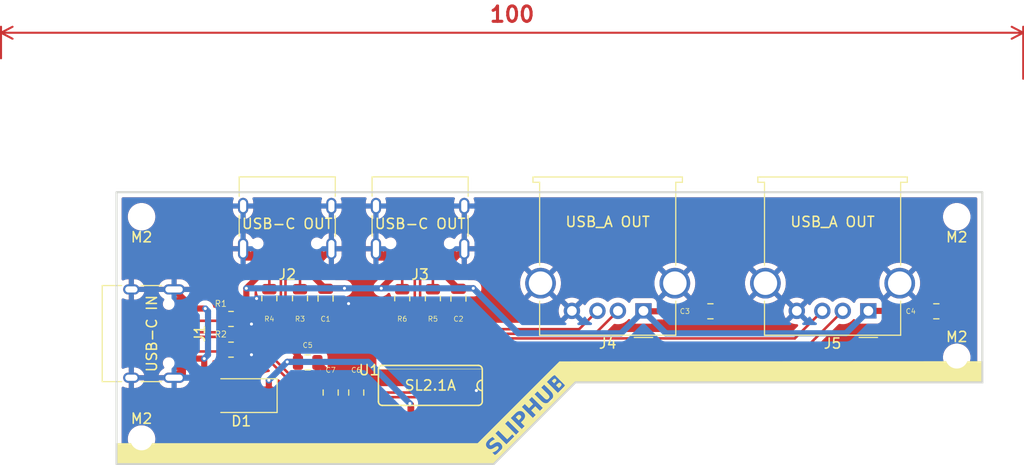
<source format=kicad_pcb>
(kicad_pcb (version 20241229) (generator "pcbnew") (generator_version "9.0")
  (layers (0 "F.Cu" signal) (2 "B.Cu" signal) (13 "F.Paste" user) (15 "B.Paste" user) (5 "F.SilkS" user "F.Silkscreen") (7 "B.SilkS" user "B.Silkscreen") (1 "F.Mask" user) (3 "B.Mask" user) (25 "Edge.Cuts" user))
  (net 0 "")
  (net 1 "VBUS")
  (net 2 "GND")
  (net 3 "Net-(U1-VDD33)")
  (net 4 "Net-(U1-VDD18)")
  (net 5 "Net-(D1-A)")
  (net 6 "Net-(J1-CC1)")
  (net 9 "Net-(J1-CC2)")
  (net 10 "D-")
  (net 11 "D+")
  (net 12 "D1+")
  (net 13 "D1-")
  (net 14 "Net-(J2-CC2)")
  (net 15 "Net-(J2-CC1)")
  (net 18 "Net-(J3-CC2)")
  (net 20 "Net-(J3-CC1)")
  (net 21 "D2+")
  (net 22 "D2-")
  (net 24 "D3-")
  (net 25 "D3+")
  (net 26 "D4+")
  (net 27 "D4-")
  (footprint "Capacitor_SMD:C_0805_2012Metric" (layer "F.Cu") (at 114.75 63 -90)
    (property "Reference" "C2" (at 2 0 180) (layer "F.SilkS") (effects (font (size 0.5 0.5) (thickness 0.0625))))
    (property "Value" "100nF")
    (fp_line (start -0.261252 0.735) (end 0.261252 0.735) (stroke (width 0.12)) (layer "F.SilkS"))
    (fp_line (start -0.261252 -0.735) (end 0.261252 -0.735) (stroke (width 0.12)) (layer "F.SilkS"))
    (pad "1" smd roundrect (at -0.95 0 270) (size 1 1.45) (layers "F.Cu" "F.Mask" "F.Paste") (net 1 "VBUS"))
    (pad "2" smd roundrect (at 0.95 0 270) (size 1 1.45) (layers "F.Cu" "F.Mask" "F.Paste") (net 2 "GND"))
  )
  (footprint "Connector_USB:USB_C_Receptacle_HRO_TYPE-C-31-M-12" (layer "F.Cu") (at 83.8 66.43 -90)
    (property "Reference" "J1" (at 0 -5.645 90) (layer "F.SilkS"))
    (property "Value" "USB-C IN")
    (fp_line (start -4.7 3.9) (end 4.7 3.9) (stroke (width 0.12)) (layer "F.SilkS"))
    (fp_line (start -4.7 2) (end -4.7 3.9) (stroke (width 0.12)) (layer "F.SilkS"))
    (fp_line (start 4.7 2) (end 4.7 3.9) (stroke (width 0.12)) (layer "F.SilkS"))
    (fp_line (start -4.7 -1.9) (end -4.7 0.1) (stroke (width 0.12)) (layer "F.SilkS"))
    (fp_line (start 4.7 -1.9) (end 4.7 0.1) (stroke (width 0.12)) (layer "F.SilkS"))
    (pad "" np_thru_hole circle (at -2.89 -2.6 270) (size 0.65 0.65) (drill 0.65) (layers "*.Cu" "*.Mask"))
    (pad "" np_thru_hole circle (at 2.89 -2.6 270) (size 0.65 0.65) (drill 0.65) (layers "*.Cu" "*.Mask"))
    (pad "A1" smd rect (at -3.25 -4.045 270) (size 0.6 1.45) (layers "F.Cu" "F.Mask" "F.Paste") (net 2 "GND"))
    (pad "A4" smd rect (at -2.45 -4.045 270) (size 0.6 1.45) (layers "F.Cu" "F.Mask" "F.Paste") (net 5 "Net-(D1-A)"))
    (pad "A5" smd rect (at -1.25 -4.045 270) (size 0.3 1.45) (layers "F.Cu" "F.Mask" "F.Paste") (net 6 "Net-(J1-CC1)"))
    (pad "A6" smd rect (at -0.25 -4.045 270) (size 0.3 1.45) (layers "F.Cu" "F.Mask" "F.Paste") (net 11 "D+"))
    (pad "A7" smd rect (at 0.25 -4.045 270) (size 0.3 1.45) (layers "F.Cu" "F.Mask" "F.Paste") (net 10 "D-"))
    (pad "A8" smd rect (at 1.25 -4.045 270) (size 0.3 1.45) (layers "F.Cu" "F.Mask" "F.Paste"))
    (pad "A9" smd rect (at 2.45 -4.045 270) (size 0.6 1.45) (layers "F.Cu" "F.Mask" "F.Paste") (net 5 "Net-(D1-A)"))
    (pad "A12" smd rect (at 3.25 -4.045 270) (size 0.6 1.45) (layers "F.Cu" "F.Mask" "F.Paste") (net 2 "GND"))
    (pad "B1" smd rect (at 3.25 -4.045 270) (size 0.6 1.45) (layers "F.Cu" "F.Mask" "F.Paste") (net 2 "GND"))
    (pad "B4" smd rect (at 2.45 -4.045 270) (size 0.6 1.45) (layers "F.Cu" "F.Mask" "F.Paste") (net 5 "Net-(D1-A)"))
    (pad "B5" smd rect (at 1.75 -4.045 270) (size 0.3 1.45) (layers "F.Cu" "F.Mask" "F.Paste") (net 9 "Net-(J1-CC2)"))
    (pad "B6" smd rect (at 0.75 -4.045 270) (size 0.3 1.45) (layers "F.Cu" "F.Mask" "F.Paste") (net 11 "D+"))
    (pad "B7" smd rect (at -0.75 -4.045 270) (size 0.3 1.45) (layers "F.Cu" "F.Mask" "F.Paste") (net 10 "D-"))
    (pad "B8" smd rect (at -1.75 -4.045 270) (size 0.3 1.45) (layers "F.Cu" "F.Mask" "F.Paste"))
    (pad "B9" smd rect (at -2.45 -4.045 270) (size 0.6 1.45) (layers "F.Cu" "F.Mask" "F.Paste") (net 5 "Net-(D1-A)"))
    (pad "B12" smd rect (at -3.25 -4.045 270) (size 0.6 1.45) (layers "F.Cu" "F.Mask" "F.Paste") (net 2 "GND"))
    (pad "S1" thru_hole oval (at -4.32 -3.13 270) (size 1 2.1) (drill oval 0.6 1.7) (property pad_prop_heatsink) (layers "*.Cu" "*.Mask") (net 2 "GND"))
    (pad "S1" thru_hole oval (at -4.32 1.05 270) (size 1 1.6) (drill oval 0.6 1.2) (property pad_prop_heatsink) (layers "*.Cu" "*.Mask") (net 2 "GND"))
    (pad "S1" thru_hole oval (at 4.32 -3.13 270) (size 1 2.1) (drill oval 0.6 1.7) (property pad_prop_heatsink) (layers "*.Cu" "*.Mask") (net 2 "GND"))
    (pad "S1" thru_hole oval (at 4.32 1.05 270) (size 1 1.6) (drill oval 0.6 1.2) (property pad_prop_heatsink) (layers "*.Cu" "*.Mask") (net 2 "GND"))
  )
  (footprint "Diode_SMD:D_SMA" (layer "F.Cu") (at 93.5 72.5 180)
    (property "Reference" "D1" (at 0 -2.5 180) (layer "F.SilkS"))
    (property "Value" "~")
    (fp_line (start -3.51 1.65) (end 2 1.65) (stroke (width 0.12)) (layer "F.SilkS"))
    (fp_line (start -3.51 -1.65) (end 2 -1.65) (stroke (width 0.12)) (layer "F.SilkS"))
    (fp_line (start -3.51 -1.65) (end -3.51 1.65) (stroke (width 0.12)) (layer "F.SilkS"))
    (pad "1" smd roundrect (at -2 0 180) (size 2.5 1.8) (layers "F.Cu" "F.Mask" "F.Paste") (roundrect_rratio 0.1388888889) (net 1 "VBUS"))
    (pad "2" smd roundrect (at 2 0 180) (size 2.5 1.8) (layers "F.Cu" "F.Mask" "F.Paste") (roundrect_rratio 0.1388888889) (net 5 "Net-(D1-A)"))
  )
  (footprint "Resistor_SMD:R_0805_2012Metric" (layer "F.Cu") (at 92.5 68)
    (property "Reference" "R2" (at -1 -1.5 0) (layer "F.SilkS") (effects (font (size 0.6 0.6) (thickness 0.075))))
    (property "Value" "5.1k Ω")
    (fp_line (start -0.227064 -0.735) (end 0.227064 -0.735) (stroke (width 0.12)) (layer "F.SilkS"))
    (fp_line (start -0.227064 0.735) (end 0.227064 0.735) (stroke (width 0.12)) (layer "F.SilkS"))
    (pad "1" smd roundrect (at -0.9125 0) (size 1.025 1.4) (layers "F.Cu" "F.Mask" "F.Paste") (roundrect_rratio 0.243902) (net 9 "Net-(J1-CC2)"))
    (pad "2" smd roundrect (at 0.9125 0) (size 1.025 1.4) (layers "F.Cu" "F.Mask" "F.Paste") (roundrect_rratio 0.243902) (net 2 "GND"))
  )
  (footprint "MountingHole:MountingHole_2.2mm_M2" (layer "F.Cu") (at 163.5 68.75)
    (property "Reference" "M2" (at 0 -2 0) (layer "F.SilkS"))
    (property "Value" "M2")
    (pad "" np_thru_hole circle (at 0 0) (size 2.2 2.2) (drill 2.2) (layers "*.Cu" "*.Mask"))
  )
  (footprint "Resistor_SMD:R_0805_2012Metric" (layer "F.Cu") (at 99.25 63 -90)
    (property "Reference" "R3" (at 2 0 0) (layer "F.SilkS") (effects (font (size 0.5 0.5) (thickness 0.0625))))
    (property "Value" "56kΩ")
    (fp_line (start -0.227064 0.735) (end 0.227064 0.735) (stroke (width 0.12)) (layer "F.SilkS"))
    (fp_line (start -0.227064 -0.735) (end 0.227064 -0.735) (stroke (width 0.12)) (layer "F.SilkS"))
    (pad "1" smd roundrect (at -0.9125 0 270) (size 1.025 1.4) (layers "F.Cu" "F.Mask" "F.Paste") (roundrect_rratio 0.243902) (net 15 "Net-(J2-CC1)"))
    (pad "2" smd roundrect (at 0.9125 0 270) (size 1.025 1.4) (layers "F.Cu" "F.Mask" "F.Paste") (roundrect_rratio 0.243902) (net 2 "GND"))
  )
  (footprint "Resistor_SMD:R_0805_2012Metric" (layer "F.Cu") (at 109.25 63 -90)
    (property "Reference" "R6" (at 2 0 180) (layer "F.SilkS") (effects (font (size 0.5 0.5) (thickness 0.0625))))
    (property "Value" "56kΩ")
    (fp_line (start -0.227064 0.735) (end 0.227064 0.735) (stroke (width 0.12)) (layer "F.SilkS"))
    (fp_line (start -0.227064 -0.735) (end 0.227064 -0.735) (stroke (width 0.12)) (layer "F.SilkS"))
    (pad "1" smd roundrect (at -0.9125 0 270) (size 1.025 1.4) (layers "F.Cu" "F.Mask" "F.Paste") (roundrect_rratio 0.243902) (net 18 "Net-(J3-CC2)"))
    (pad "2" smd roundrect (at 0.9125 0 270) (size 1.025 1.4) (layers "F.Cu" "F.Mask" "F.Paste") (roundrect_rratio 0.243902) (net 2 "GND"))
  )
  (footprint "Capacitor_SMD:C_0805_2012Metric" (layer "F.Cu") (at 161.5 64.25)
    (property "Reference" "C4" (at -2.5 0 0) (layer "F.SilkS") (effects (font (size 0.5 0.5) (thickness 0.0625))))
    (property "Value" "100nF")
    (fp_line (start -0.261252 -0.735) (end 0.261252 -0.735) (stroke (width 0.12)) (layer "F.SilkS"))
    (fp_line (start -0.261252 0.735) (end 0.261252 0.735) (stroke (width 0.12)) (layer "F.SilkS"))
    (pad "1" smd roundrect (at -0.95 0) (size 1 1.45) (layers "F.Cu" "F.Mask" "F.Paste") (net 1 "VBUS"))
    (pad "2" smd roundrect (at 0.95 0) (size 1 1.45) (layers "F.Cu" "F.Mask" "F.Paste") (net 2 "GND"))
  )
  (footprint "Resistor_SMD:R_0805_2012Metric" (layer "F.Cu") (at 112.25 63 -90)
    (property "Reference" "R5" (at 2 0 180) (layer "F.SilkS") (effects (font (size 0.5 0.5) (thickness 0.0625))))
    (property "Value" "56kΩ")
    (fp_line (start -0.227064 0.735) (end 0.227064 0.735) (stroke (width 0.12)) (layer "F.SilkS"))
    (fp_line (start -0.227064 -0.735) (end 0.227064 -0.735) (stroke (width 0.12)) (layer "F.SilkS"))
    (pad "1" smd roundrect (at -0.9125 0 270) (size 1.025 1.4) (layers "F.Cu" "F.Mask" "F.Paste") (roundrect_rratio 0.243902) (net 20 "Net-(J3-CC1)"))
    (pad "2" smd roundrect (at 0.9125 0 270) (size 1.025 1.4) (layers "F.Cu" "F.Mask" "F.Paste") (roundrect_rratio 0.243902) (net 2 "GND"))
  )
  (footprint "MountingHole:MountingHole_2.2mm_M2" (layer "F.Cu") (at 163.5 55)
    (property "Reference" "M2" (at 0 2 0) (layer "F.SilkS"))
    (property "Value" "M2")
    (pad "" np_thru_hole circle (at 0 0) (size 2.2 2.2) (drill 2.2) (layers "*.Cu" "*.Mask"))
  )
  (footprint "MountingHole:MountingHole_2.2mm_M2" (layer "F.Cu") (at 83.75 76.75)
    (property "Reference" "M2" (at 0 -2 0) (layer "F.SilkS"))
    (property "Value" "M2")
    (pad "" np_thru_hole circle (at 0 0) (size 2.2 2.2) (drill 2.2) (layers "*.Cu" "*.Mask"))
  )
  (footprint "MountingHole:MountingHole_2.2mm_M2" (layer "F.Cu") (at 83.75 55)
    (property "Reference" "M2" (at 0 2 0) (layer "F.SilkS"))
    (property "Value" "M2")
    (pad "" np_thru_hole circle (at 0 0) (size 2.2 2.2) (drill 2.2) (layers "*.Cu" "*.Mask"))
  )
  (footprint "Capacitor_SMD:C_0805_2012Metric" (layer "F.Cu") (at 102.25 72.2 90)
    (property "Reference" "C7" (at 2.2 0 180) (layer "F.SilkS") (effects (font (size 0.5 0.5) (thickness 0.0625))))
    (property "Value" "10uF")
    (fp_line (start -0.261252 -0.735) (end 0.261252 -0.735) (stroke (width 0.12)) (layer "F.SilkS"))
    (fp_line (start -0.261252 0.735) (end 0.261252 0.735) (stroke (width 0.12)) (layer "F.SilkS"))
    (pad "1" smd roundrect (at -0.95 0 90) (size 1 1.45) (layers "F.Cu" "F.Mask" "F.Paste") (net 4 "Net-(U1-VDD18)"))
    (pad "2" smd roundrect (at 0.95 0 90) (size 1 1.45) (layers "F.Cu" "F.Mask" "F.Paste") (net 2 "GND"))
  )
  (footprint "Capacitor_SMD:C_0805_2012Metric" (layer "F.Cu") (at 100 69.25)
    (property "Reference" "C5" (at 0 -1.68 0) (layer "F.SilkS") (effects (font (size 0.5 0.5) (thickness 0.0625))))
    (property "Value" "100nF")
    (fp_line (start -0.261252 -0.735) (end 0.261252 -0.735) (stroke (width 0.12)) (layer "F.SilkS"))
    (fp_line (start -0.261252 0.735) (end 0.261252 0.735) (stroke (width 0.12)) (layer "F.SilkS"))
    (pad "1" smd roundrect (at -0.95 0) (size 1 1.45) (layers "F.Cu" "F.Mask" "F.Paste") (net 1 "VBUS"))
    (pad "2" smd roundrect (at 0.95 0) (size 1 1.45) (layers "F.Cu" "F.Mask" "F.Paste") (net 2 "GND"))
  )
  (footprint "Connector_USB:USB_C_Receptacle_HRO_TYPE-C-31-M-12" (layer "F.Cu") (at 111 55 180)
    (property "Reference" "J3" (at 0 -5.645 0) (layer "F.SilkS"))
    (property "Value" "USB-C OUT")
    (fp_line (start 4.7 2) (end 4.7 3.9) (stroke (width 0.12)) (layer "F.SilkS"))
    (fp_line (start 4.7 -1.9) (end 4.7 0.1) (stroke (width 0.12)) (layer "F.SilkS"))
    (fp_line (start -4.7 3.9) (end 4.7 3.9) (stroke (width 0.12)) (layer "F.SilkS"))
    (fp_line (start -4.7 2) (end -4.7 3.9) (stroke (width 0.12)) (layer "F.SilkS"))
    (fp_line (start -4.7 -1.9) (end -4.7 0.1) (stroke (width 0.12)) (layer "F.SilkS"))
    (pad "" np_thru_hole circle (at -2.89 -2.6 180) (size 0.65 0.65) (drill 0.65) (layers "*.Cu" "*.Mask"))
    (pad "" np_thru_hole circle (at 2.89 -2.6 180) (size 0.65 0.65) (drill 0.65) (layers "*.Cu" "*.Mask"))
    (pad "A1" smd rect (at -3.25 -4.045 180) (size 0.6 1.45) (layers "F.Cu" "F.Mask" "F.Paste") (net 2 "GND"))
    (pad "A4" smd rect (at -2.45 -4.045 180) (size 0.6 1.45) (layers "F.Cu" "F.Mask" "F.Paste") (net 1 "VBUS"))
    (pad "A5" smd rect (at -1.25 -4.045 180) (size 0.3 1.45) (layers "F.Cu" "F.Mask" "F.Paste") (net 20 "Net-(J3-CC1)"))
    (pad "A6" smd rect (at -0.25 -4.045 180) (size 0.3 1.45) (layers "F.Cu" "F.Mask" "F.Paste") (net 21 "D2+"))
    (pad "A7" smd rect (at 0.25 -4.045 180) (size 0.3 1.45) (layers "F.Cu" "F.Mask" "F.Paste") (net 22 "D2-"))
    (pad "A8" smd rect (at 1.25 -4.045 180) (size 0.3 1.45) (layers "F.Cu" "F.Mask" "F.Paste"))
    (pad "A9" smd rect (at 2.45 -4.045 180) (size 0.6 1.45) (layers "F.Cu" "F.Mask" "F.Paste") (net 1 "VBUS"))
    (pad "A12" smd rect (at 3.25 -4.045 180) (size 0.6 1.45) (layers "F.Cu" "F.Mask" "F.Paste") (net 2 "GND"))
    (pad "B1" smd rect (at 3.25 -4.045 180) (size 0.6 1.45) (layers "F.Cu" "F.Mask" "F.Paste") (net 2 "GND"))
    (pad "B4" smd rect (at 2.45 -4.045 180) (size 0.6 1.45) (layers "F.Cu" "F.Mask" "F.Paste") (net 1 "VBUS"))
    (pad "B5" smd rect (at 1.75 -4.045 180) (size 0.3 1.45) (layers "F.Cu" "F.Mask" "F.Paste") (net 18 "Net-(J3-CC2)"))
    (pad "B6" smd rect (at 0.75 -4.045 180) (size 0.3 1.45) (layers "F.Cu" "F.Mask" "F.Paste") (net 21 "D2+"))
    (pad "B7" smd rect (at -0.75 -4.045 180) (size 0.3 1.45) (layers "F.Cu" "F.Mask" "F.Paste") (net 22 "D2-"))
    (pad "B8" smd rect (at -1.75 -4.045 180) (size 0.3 1.45) (layers "F.Cu" "F.Mask" "F.Paste"))
    (pad "B9" smd rect (at -2.45 -4.045 180) (size 0.6 1.45) (layers "F.Cu" "F.Mask" "F.Paste") (net 1 "VBUS"))
    (pad "B12" smd rect (at -3.25 -4.045 180) (size 0.6 1.45) (layers "F.Cu" "F.Mask" "F.Paste") (net 2 "GND"))
    (pad "S1" thru_hole oval (at -4.32 -3.13 180) (size 1 2.1) (drill oval 0.6 1.7) (property pad_prop_heatsink) (layers "*.Cu" "*.Mask") (net 2 "GND"))
    (pad "S1" thru_hole oval (at -4.32 1.05 180) (size 1 1.6) (drill oval 0.6 1.2) (property pad_prop_heatsink) (layers "*.Cu" "*.Mask") (net 2 "GND"))
    (pad "S1" thru_hole oval (at 4.32 -3.13 180) (size 1 2.1) (drill oval 0.6 1.7) (property pad_prop_heatsink) (layers "*.Cu" "*.Mask") (net 2 "GND"))
    (pad "S1" thru_hole oval (at 4.32 1.05 180) (size 1 1.6) (drill oval 0.6 1.2) (property pad_prop_heatsink) (layers "*.Cu" "*.Mask") (net 2 "GND"))
  )
  (footprint "Resistor_SMD:R_0805_2012Metric" (layer "F.Cu") (at 96.25 63 -90)
    (property "Reference" "R4" (at 2 0 180) (layer "F.SilkS") (effects (font (size 0.5 0.5) (thickness 0.0625))))
    (property "Value" "56kΩ")
    (fp_line (start -0.227064 0.735) (end 0.227064 0.735) (stroke (width 0.12)) (layer "F.SilkS"))
    (fp_line (start -0.227064 -0.735) (end 0.227064 -0.735) (stroke (width 0.12)) (layer "F.SilkS"))
    (pad "1" smd roundrect (at -0.9125 0 270) (size 1.025 1.4) (layers "F.Cu" "F.Mask" "F.Paste") (roundrect_rratio 0.243902) (net 14 "Net-(J2-CC2)"))
    (pad "2" smd roundrect (at 0.9125 0 270) (size 1.025 1.4) (layers "F.Cu" "F.Mask" "F.Paste") (roundrect_rratio 0.243902) (net 2 "GND"))
  )
  (footprint "Capacitor_SMD:C_0805_2012Metric" (layer "F.Cu") (at 101.75 63 -90)
    (property "Reference" "C1" (at 2 0 180) (layer "F.SilkS") (effects (font (size 0.5 0.5) (thickness 0.0625))))
    (property "Value" "100nF")
    (fp_line (start -0.261252 0.735) (end 0.261252 0.735) (stroke (width 0.12)) (layer "F.SilkS"))
    (fp_line (start -0.261252 -0.735) (end 0.261252 -0.735) (stroke (width 0.12)) (layer "F.SilkS"))
    (pad "1" smd roundrect (at -0.95 0 270) (size 1 1.45) (layers "F.Cu" "F.Mask" "F.Paste") (net 1 "VBUS"))
    (pad "2" smd roundrect (at 0.95 0 270) (size 1 1.45) (layers "F.Cu" "F.Mask" "F.Paste") (net 2 "GND"))
  )
  (footprint "Connector_USB:USB_A_Molex_67643_Horizontal" (layer "F.Cu") (at 154.85 64.21 180)
    (property "Reference" "J5" (at 3.5 -3.19 0) (layer "F.SilkS"))
    (property "Value" "USB_A OUT")
    (fp_line (start 10.81 13.1) (end 10.81 12.58) (stroke (width 0.12)) (layer "F.SilkS"))
    (fp_line (start 10.81 12.58) (end 10.16 12.58) (stroke (width 0.12)) (layer "F.SilkS"))
    (fp_line (start 10.16 4.47) (end 10.16 12.58) (stroke (width 0.12)) (layer "F.SilkS"))
    (fp_line (start 10.16 -2.38) (end 10.16 0.95) (stroke (width 0.12)) (layer "F.SilkS"))
    (fp_line (start -0.9 -2.6) (end 0.9 -2.6) (stroke (width 0.12)) (layer "F.SilkS"))
    (fp_line (start -3.16 12.58) (end -3.16 4.47) (stroke (width 0.12)) (layer "F.SilkS"))
    (fp_line (start -3.16 12.58) (end -3.81 12.58) (stroke (width 0.12)) (layer "F.SilkS"))
    (fp_line (start -3.16 -2.38) (end 10.16 -2.38) (stroke (width 0.12)) (layer "F.SilkS"))
    (fp_line (start -3.16 -2.38) (end -3.16 0.95) (stroke (width 0.12)) (layer "F.SilkS"))
    (fp_line (start -3.81 13.1) (end 10.81 13.1) (stroke (width 0.12)) (layer "F.SilkS"))
    (fp_line (start -3.81 12.58) (end -3.81 13.1) (stroke (width 0.12)) (layer "F.SilkS"))
    (pad "1" thru_hole rect (at 0 0 180) (size 1.6 1.5) (drill 0.95) (layers "*.Cu" "*.Mask") (net 1 "VBUS"))
    (pad "2" thru_hole circle (at 2.5 0 180) (size 1.6 1.6) (drill 0.95) (layers "*.Cu" "*.Mask") (net 27 "D4-"))
    (pad "3" thru_hole circle (at 4.5 0 180) (size 1.6 1.6) (drill 0.95) (layers "*.Cu" "*.Mask") (net 26 "D4+"))
    (pad "4" thru_hole circle (at 7 0 180) (size 1.6 1.6) (drill 0.95) (layers "*.Cu" "*.Mask") (net 2 "GND"))
    (pad "5" thru_hole circle (at -3.07 2.71 180) (size 3 3) (drill 2.3) (layers "*.Cu" "*.Mask") (net 2 "GND"))
    (pad "5" thru_hole circle (at 10.07 2.71 180) (size 3 3) (drill 2.3) (layers "*.Cu" "*.Mask") (net 2 "GND"))
  )
  (footprint "Resistor_SMD:R_0805_2012Metric" (layer "F.Cu") (at 92.5 65)
    (property "Reference" "R1" (at -1 -1.5 0) (layer "F.SilkS") (effects (font (size 0.6 0.6) (thickness 0.075))))
    (property "Value" "5.1k Ω")
    (fp_line (start -0.227064 -0.735) (end 0.227064 -0.735) (stroke (width 0.12)) (layer "F.SilkS"))
    (fp_line (start -0.227064 0.735) (end 0.227064 0.735) (stroke (width 0.12)) (layer "F.SilkS"))
    (pad "1" smd roundrect (at -0.9125 0) (size 1.025 1.4) (layers "F.Cu" "F.Mask" "F.Paste") (roundrect_rratio 0.243902) (net 6 "Net-(J1-CC1)"))
    (pad "2" smd roundrect (at 0.9125 0) (size 1.025 1.4) (layers "F.Cu" "F.Mask" "F.Paste") (roundrect_rratio 0.243902) (net 2 "GND"))
  )
  (footprint "Capacitor_SMD:C_0805_2012Metric" (layer "F.Cu") (at 139.4 64.25)
    (property "Reference" "C3" (at -2.5 0 0) (layer "F.SilkS") (effects (font (size 0.5 0.5) (thickness 0.0625))))
    (property "Value" "100nF")
    (fp_line (start -0.261252 -0.735) (end 0.261252 -0.735) (stroke (width 0.12)) (layer "F.SilkS"))
    (fp_line (start -0.261252 0.735) (end 0.261252 0.735) (stroke (width 0.12)) (layer "F.SilkS"))
    (pad "1" smd roundrect (at -0.95 0) (size 1 1.45) (layers "F.Cu" "F.Mask" "F.Paste") (net 1 "VBUS"))
    (pad "2" smd roundrect (at 0.95 0) (size 1 1.45) (layers "F.Cu" "F.Mask" "F.Paste") (net 2 "GND"))
  )
  (footprint "Connector_USB:USB_A_Molex_67643_Horizontal" (layer "F.Cu") (at 132.85 64.21 180)
    (property "Reference" "J4" (at 3.5 -3.19 0) (layer "F.SilkS"))
    (property "Value" "USB_A OUT")
    (fp_line (start 10.81 13.1) (end 10.81 12.58) (stroke (width 0.12)) (layer "F.SilkS"))
    (fp_line (start 10.81 12.58) (end 10.16 12.58) (stroke (width 0.12)) (layer "F.SilkS"))
    (fp_line (start 10.16 4.47) (end 10.16 12.58) (stroke (width 0.12)) (layer "F.SilkS"))
    (fp_line (start 10.16 -2.38) (end 10.16 0.95) (stroke (width 0.12)) (layer "F.SilkS"))
    (fp_line (start -0.9 -2.6) (end 0.9 -2.6) (stroke (width 0.12)) (layer "F.SilkS"))
    (fp_line (start -3.16 12.58) (end -3.16 4.47) (stroke (width 0.12)) (layer "F.SilkS"))
    (fp_line (start -3.16 12.58) (end -3.81 12.58) (stroke (width 0.12)) (layer "F.SilkS"))
    (fp_line (start -3.16 -2.38) (end 10.16 -2.38) (stroke (width 0.12)) (layer "F.SilkS"))
    (fp_line (start -3.16 -2.38) (end -3.16 0.95) (stroke (width 0.12)) (layer "F.SilkS"))
    (fp_line (start -3.81 13.1) (end 10.81 13.1) (stroke (width 0.12)) (layer "F.SilkS"))
    (fp_line (start -3.81 12.58) (end -3.81 13.1) (stroke (width 0.12)) (layer "F.SilkS"))
    (pad "1" thru_hole rect (at 0 0 180) (size 1.6 1.5) (drill 0.95) (layers "*.Cu" "*.Mask") (net 1 "VBUS"))
    (pad "2" thru_hole circle (at 2.5 0 180) (size 1.6 1.6) (drill 0.95) (layers "*.Cu" "*.Mask") (net 24 "D3-"))
    (pad "3" thru_hole circle (at 4.5 0 180) (size 1.6 1.6) (drill 0.95) (layers "*.Cu" "*.Mask") (net 25 "D3+"))
    (pad "4" thru_hole circle (at 7 0 180) (size 1.6 1.6) (drill 0.95) (layers "*.Cu" "*.Mask") (net 2 "GND"))
    (pad "5" thru_hole circle (at -3.07 2.71 180) (size 3 3) (drill 2.3) (layers "*.Cu" "*.Mask") (net 2 "GND"))
    (pad "5" thru_hole circle (at 10.07 2.71 180) (size 3 3) (drill 2.3) (layers "*.Cu" "*.Mask") (net 2 "GND"))
  )
  (footprint "SL2.1A:SO16" (layer "F.Cu") (at 112 71.5 180)
    (property "Reference" "U1" (at 6 1.5 0) (layer "F.SilkS"))
    (property "Value" "SL2.1A")
    (fp_line (start 5.08 1.5748) (end 5.08 -1.5748) (stroke (width 0.1524)) (layer "F.SilkS"))
    (fp_line (start 4.699 -1.9558) (end -4.699 -1.9558) (stroke (width 0.1524)) (layer "F.SilkS"))
    (fp_line (start -4.699 1.9558) (end 4.699 1.9558) (stroke (width 0.1524)) (layer "F.SilkS"))
    (fp_line (start -5.08 1.6002) (end 5.08 1.6002) (stroke (width 0.0508)) (layer "F.SilkS"))
    (fp_line (start -5.08 0.508) (end -5.08 1.5748) (stroke (width 0.1524)) (layer "F.SilkS"))
    (fp_line (start -5.08 -0.508) (end -5.08 0.508) (stroke (width 0.1524)) (layer "F.SilkS"))
    (fp_line (start -5.08 -1.5748) (end -5.08 -0.508) (stroke (width 0.1524)) (layer "F.SilkS"))
    (fp_arc (start 5.08 1.5748) (mid 4.968408 1.844208) (end 4.699 1.9558) (stroke (width 0.1524)) (layer "F.SilkS"))
    (fp_arc (start 4.699 -1.9558) (mid 4.968408 -1.844208) (end 5.08 -1.5748) (stroke (width 0.1524)) (layer "F.SilkS"))
    (fp_arc (start -4.699 1.9558) (mid -4.968408 1.844208) (end -5.08 1.5748) (stroke (width 0.1524)) (layer "F.SilkS"))
    (fp_arc (start -5.08 -0.508) (mid -4.572 0) (end -5.08 0.508) (stroke (width 0.1524)) (layer "F.SilkS"))
    (fp_arc (start -5.08 -1.5748) (mid -4.968408 -1.844208) (end -4.699 -1.9558) (stroke (width 0.1524)) (layer "F.SilkS"))
    (pad "1" smd rect (at -4.445 3.0734 180) (size 0.6604 2.032) (layers "F.Cu" "F.Mask" "F.Paste") (net 27 "D4-"))
    (pad "2" smd rect (at -3.175 3.0734 180) (size 0.6604 2.032) (layers "F.Cu" "F.Mask" "F.Paste") (net 26 "D4+"))
    (pad "3" smd rect (at -1.905 3.0734 180) (size 0.6604 2.032) (layers "F.Cu" "F.Mask" "F.Paste") (net 24 "D3-"))
    (pad "4" smd rect (at -0.635 3.0734 180) (size 0.6604 2.032) (layers "F.Cu" "F.Mask" "F.Paste") (net 25 "D3+"))
    (pad "5" smd rect (at 0.635 3.0734 180) (size 0.6604 2.032) (layers "F.Cu" "F.Mask" "F.Paste") (net 22 "D2-"))
    (pad "6" smd rect (at 1.905 3.0734 180) (size 0.6604 2.032) (layers "F.Cu" "F.Mask" "F.Paste") (net 21 "D2+"))
    (pad "7" smd rect (at 3.175 3.0734 180) (size 0.6604 2.032) (layers "F.Cu" "F.Mask" "F.Paste") (net 13 "D1-"))
    (pad "8" smd rect (at 4.445 3.0734 180) (size 0.6604 2.032) (layers "F.Cu" "F.Mask" "F.Paste") (net 12 "D1+"))
    (pad "9" smd rect (at 4.445 -3.0734 180) (size 0.6604 2.032) (layers "F.Cu" "F.Mask" "F.Paste") (net 10 "D-"))
    (pad "10" smd rect (at 3.175 -3.0734 180) (size 0.6604 2.032) (layers "F.Cu" "F.Mask" "F.Paste") (net 11 "D+"))
    (pad "11" smd rect (at 1.905 -3.0734 180) (size 0.6604 2.032) (layers "F.Cu" "F.Mask" "F.Paste") (net 1 "VBUS"))
    (pad "12" smd rect (at 0.635 -3.0734 180) (size 0.6604 2.032) (layers "F.Cu" "F.Mask" "F.Paste") (net 2 "GND"))
    (pad "13" smd rect (at -0.635 -3.0734 180) (size 0.6604 2.032) (layers "F.Cu" "F.Mask" "F.Paste") (net 3 "Net-(U1-VDD33)"))
    (pad "14" smd rect (at -1.905 -3.0734 180) (size 0.6604 2.032) (layers "F.Cu" "F.Mask" "F.Paste") (net 4 "Net-(U1-VDD18)"))
    (pad "15" smd rect (at -3.175 -3.0734 180) (size 0.6604 2.032) (layers "F.Cu" "F.Mask" "F.Paste"))
    (pad "16" smd rect (at -4.445 -3.0734 180) (size 0.6604 2.032) (layers "F.Cu" "F.Mask" "F.Paste") (net 2 "GND"))
  )
  (footprint "Capacitor_SMD:C_0805_2012Metric" (layer "F.Cu") (at 104.75 72.2 90)
    (property "Reference" "C6" (at 2.2 0 180) (layer "F.SilkS") (effects (font (size 0.5 0.5) (thickness 0.0625))))
    (property "Value" "10uF")
    (fp_line (start -0.261252 -0.735) (end 0.261252 -0.735) (stroke (width 0.12)) (layer "F.SilkS"))
    (fp_line (start -0.261252 0.735) (end 0.261252 0.735) (stroke (width 0.12)) (layer "F.SilkS"))
    (pad "1" smd roundrect (at -0.95 0 90) (size 1 1.45) (layers "F.Cu" "F.Mask" "F.Paste") (net 3 "Net-(U1-VDD33)"))
    (pad "2" smd roundrect (at 0.95 0 90) (size 1 1.45) (layers "F.Cu" "F.Mask" "F.Paste") (net 2 "GND"))
  )
  (footprint "Connector_USB:USB_C_Receptacle_HRO_TYPE-C-31-M-12" (layer "F.Cu") (at 98 55 180)
    (property "Reference" "J2" (at 0 -5.645 0) (layer "F.SilkS"))
    (property "Value" "USB-C OUT")
    (fp_line (start 4.7 2) (end 4.7 3.9) (stroke (width 0.12)) (layer "F.SilkS"))
    (fp_line (start 4.7 -1.9) (end 4.7 0.1) (stroke (width 0.12)) (layer "F.SilkS"))
    (fp_line (start -4.7 3.9) (end 4.7 3.9) (stroke (width 0.12)) (layer "F.SilkS"))
    (fp_line (start -4.7 2) (end -4.7 3.9) (stroke (width 0.12)) (layer "F.SilkS"))
    (fp_line (start -4.7 -1.9) (end -4.7 0.1) (stroke (width 0.12)) (layer "F.SilkS"))
    (pad "" np_thru_hole circle (at -2.89 -2.6 180) (size 0.65 0.65) (drill 0.65) (layers "*.Cu" "*.Mask"))
    (pad "" np_thru_hole circle (at 2.89 -2.6 180) (size 0.65 0.65) (drill 0.65) (layers "*.Cu" "*.Mask"))
    (pad "A1" smd rect (at -3.25 -4.045 180) (size 0.6 1.45) (layers "F.Cu" "F.Mask" "F.Paste") (net 2 "GND"))
    (pad "A4" smd rect (at -2.45 -4.045 180) (size 0.6 1.45) (layers "F.Cu" "F.Mask" "F.Paste") (net 1 "VBUS"))
    (pad "A5" smd rect (at -1.25 -4.045 180) (size 0.3 1.45) (layers "F.Cu" "F.Mask" "F.Paste") (net 15 "Net-(J2-CC1)"))
    (pad "A6" smd rect (at -0.25 -4.045 180) (size 0.3 1.45) (layers "F.Cu" "F.Mask" "F.Paste") (net 12 "D1+"))
    (pad "A7" smd rect (at 0.25 -4.045 180) (size 0.3 1.45) (layers "F.Cu" "F.Mask" "F.Paste") (net 13 "D1-"))
    (pad "A8" smd rect (at 1.25 -4.045 180) (size 0.3 1.45) (layers "F.Cu" "F.Mask" "F.Paste"))
    (pad "A9" smd rect (at 2.45 -4.045 180) (size 0.6 1.45) (layers "F.Cu" "F.Mask" "F.Paste") (net 1 "VBUS"))
    (pad "A12" smd rect (at 3.25 -4.045 180) (size 0.6 1.45) (layers "F.Cu" "F.Mask" "F.Paste") (net 2 "GND"))
    (pad "B1" smd rect (at 3.25 -4.045 180) (size 0.6 1.45) (layers "F.Cu" "F.Mask" "F.Paste") (net 2 "GND"))
    (pad "B4" smd rect (at 2.45 -4.045 180) (size 0.6 1.45) (layers "F.Cu" "F.Mask" "F.Paste") (net 1 "VBUS"))
    (pad "B5" smd rect (at 1.75 -4.045 180) (size 0.3 1.45) (layers "F.Cu" "F.Mask" "F.Paste") (net 14 "Net-(J2-CC2)"))
    (pad "B6" smd rect (at 0.75 -4.045 180) (size 0.3 1.45) (layers "F.Cu" "F.Mask" "F.Paste") (net 12 "D1+"))
    (pad "B7" smd rect (at -0.75 -4.045 180) (size 0.3 1.45) (layers "F.Cu" "F.Mask" "F.Paste") (net 13 "D1-"))
    (pad "B8" smd rect (at -1.75 -4.045 180) (size 0.3 1.45) (layers "F.Cu" "F.Mask" "F.Paste"))
    (pad "B9" smd rect (at -2.45 -4.045 180) (size 0.6 1.45) (layers "F.Cu" "F.Mask" "F.Paste") (net 1 "VBUS"))
    (pad "B12" smd rect (at -3.25 -4.045 180) (size 0.6 1.45) (layers "F.Cu" "F.Mask" "F.Paste") (net 2 "GND"))
    (pad "S1" thru_hole oval (at -4.32 -3.13 180) (size 1 2.1) (drill oval 0.6 1.7) (property pad_prop_heatsink) (layers "*.Cu" "*.Mask") (net 2 "GND"))
    (pad "S1" thru_hole oval (at -4.32 1.05 180) (size 1 1.6) (drill oval 0.6 1.2) (property pad_prop_heatsink) (layers "*.Cu" "*.Mask") (net 2 "GND"))
    (pad "S1" thru_hole oval (at 4.32 -3.13 180) (size 1 2.1) (drill oval 0.6 1.7) (property pad_prop_heatsink) (layers "*.Cu" "*.Mask") (net 2 "GND"))
    (pad "S1" thru_hole oval (at 4.32 1.05 180) (size 1 1.6) (drill oval 0.6 1.2) (property pad_prop_heatsink) (layers "*.Cu" "*.Mask") (net 2 "GND"))
  )
  (gr_poly (pts (xy 123.8 70.05) (xy 114.75 79.1) (xy 118.2 79.1) (xy 118.4 78.9) (xy 117.1 77.35) (xy 124.04 70.25) (xy 124.041119 70.25)) (stroke (width 0.1)) (fill yes) (layer "F.SilkS"))
  (gr_poly (pts (xy 125.55 71.7) (xy 118.4 78.9) (xy 116.97 77.35) (xy 117.1 77.35) (xy 118.4 78.6) (xy 125.4 71.55)) (stroke (width 0.1)) (fill yes) (layer "F.SilkS"))
  (gr_poly (pts (xy 124.4 69.45) (xy 123.8 70.05) (xy 125.5 71.75) (xy 126.16 71.1) (xy 165.9 71.1) (xy 165.9 69.181056) (xy 124.650112 69.20058) (xy 124.400335 69.450335)) (stroke (width 0.1)) (fill yes) (layer "F.SilkS"))
  (gr_rect (start 81.4 77.2) (end 116.97 79.1) (stroke (width 0.1)) (fill yes) (layer "F.SilkS"))
  (gr_poly (pts (xy 81.3 52.6) (xy 166 52.6) (xy 166 71.2) (xy 126.2 71.2) (xy 118.2 79.2) (xy 81.3 79.2)) (stroke (width 0.2)) (fill no) (layer "Edge.Cuts"))
  (gr_text "USB-C IN" (at 84.75 66.43 90) (layer "F.SilkS") (effects (font (size 1 1))))
  (gr_text "USB_A OUT" (at 151.35 55.5 0) (layer "F.SilkS") (effects (font (size 1 1))))
  (gr_text "USB-C OUT" (at 111 55.69 0) (layer "F.SilkS") (effects (font (size 1 1))))
  (gr_text "SLIPHUB" (at 118.43 78.66 45) (layer "F.SilkS" knockout) (effects (font (size 1.5 1.5) (thickness 0.3) (bold yes)) (justify left bottom)))
  (gr_text "SL2.1A" (at 112 71.5 0) (layer "F.SilkS") (effects (font (size 1 1))))
  (gr_text "USB-C OUT" (at 98 55.69 0) (layer "F.SilkS") (effects (font (size 1 1))))
  (gr_text "USB_A OUT" (at 129.35 55.5 0) (layer "F.SilkS") (effects (font (size 1 1))))
  (dimension (type orthogonal) (layer "F.Cu") (pts (xy 70 40) (xy 170 42)) (height -3) (orientation 0) (format (prefix "") (suffix "") (units 3) (units_format 0) (precision 4) (suppress_zeroes yes)) (style (thickness 0.2) (arrow_length 1.27) (text_position_mode 0) (arrow_direction outward) (extension_height 0.58642) (extension_offset 0.5) (keep_text_aligned yes)) (gr_text "100" (at 120 35.2 0) (layer "F.Cu") (effects (font (size 1.5 1.5) (thickness 0.3)))))
  (segment (start 160.51 64.21) (end 160.55 64.25) (width 0.6) (layer "F.Cu") (net 1))
  (segment (start 95.55 60.45) (end 95.55 59.045) (width 0.6) (layer "F.Cu") (net 1))
  (segment (start 107.2 62) (end 108.55 60.65) (width 0.6) (layer "F.Cu") (net 1))
  (segment (start 132.89 64.25) (end 132.85 64.21) (width 0.6) (layer "F.Cu") (net 1))
  (segment (start 110.095 73.371) (end 110 73.276) (width 0.6) (layer "F.Cu") (net 1))
  (segment (start 113.45 60.75) (end 114.75 62.05) (width 0.6) (layer "F.Cu") (net 1))
  (segment (start 100.45 59.045) (end 100.45 60.75) (width 0.6) (layer "F.Cu") (net 1))
  (segment (start 101.8 62) (end 101.75 62.05) (width 0.6) (layer "F.Cu") (net 1))
  (segment (start 154.8 64.26) (end 154.85 64.21) (width 0.6) (layer "F.Cu") (net 1))
  (segment (start 108.55 60.65) (end 108.55 59.045) (width 0.6) (layer "F.Cu") (net 1))
  (segment (start 94 62) (end 94.3 61.7) (width 0.6) (layer "F.Cu") (net 1))
  (segment (start 100.45 60.75) (end 101.75 62.05) (width 0.6) (layer "F.Cu") (net 1))
  (segment (start 110.095 74.5734) (end 110.095 73.371) (width 0.6) (layer "F.Cu") (net 1))
  (segment (start 154.85 64.21) (end 160.51 64.21) (width 0.6) (layer "F.Cu") (net 1))
  (segment (start 132.8 64.26) (end 132.85 64.21) (width 0.25) (layer "F.Cu") (net 1))
  (segment (start 94 63.475) (end 94 62) (width 0.6) (layer "F.Cu") (net 1))
  (segment (start 94 62) (end 95.55 60.45) (width 0.6) (layer "F.Cu") (net 1))
  (segment (start 96.2 71) (end 96.2 71.8) (width 0.6) (layer "F.Cu") (net 1))
  (segment (start 116.2 62) (end 114.8 62) (width 0.6) (layer "F.Cu") (net 1))
  (segment (start 138.45 64.25) (end 132.89 64.25) (width 0.6) (layer "F.Cu") (net 1))
  (segment (start 99.05 68.525) (end 94 63.475) (width 0.6) (layer "F.Cu") (net 1))
  (segment (start 113.45 59.045) (end 113.45 60.75) (width 0.6) (layer "F.Cu") (net 1))
  (segment (start 99.05 69.25) (end 99.05 68.525) (width 0.6) (layer "F.Cu") (net 1))
  (segment (start 103.6 62) (end 101.8 62) (width 0.6) (layer "F.Cu") (net 1))
  (segment (start 99 69.2) (end 99.05 69.25) (width 0.6) (layer "F.Cu") (net 1))
  (segment (start 96.2 71.8) (end 95.5 72.5) (width 0.6) (layer "F.Cu") (net 1))
  (segment (start 114.8 62) (end 114.75 62.05) (width 0.6) (layer "F.Cu") (net 1))
  (segment (start 98 69.2) (end 99 69.2) (width 0.6) (layer "F.Cu") (net 1))
  (via (at 96.2 71) (size 0.6) (drill 0.3) (layers "F.Cu" "B.Cu") (net 1))
  (via (at 103.6 62) (size 0.6) (drill 0.3) (layers "F.Cu" "B.Cu") (net 1))
  (via (at 116.2 62) (size 0.6) (drill 0.3) (layers "F.Cu" "B.Cu") (net 1))
  (via (at 98 69.2) (size 0.6) (drill 0.3) (layers "F.Cu" "B.Cu") (net 1))
  (via (at 94 62) (size 0.6) (drill 0.3) (layers "F.Cu" "B.Cu") (net 1))
  (via (at 107.2 62) (size 0.6) (drill 0.3) (layers "F.Cu" "B.Cu") (net 1))
  (via (at 110 73.276) (size 0.6) (drill 0.3) (layers "F.Cu" "B.Cu") (net 1))
  (segment (start 116.2 62) (end 120.6 66.4) (width 0.6) (layer "B.Cu") (net 1))
  (segment (start 154.85 64.21) (end 152.66 66.4) (width 0.6) (layer "B.Cu") (net 1))
  (segment (start 94 62) (end 103.6 62) (width 0.6) (layer "B.Cu") (net 1))
  (segment (start 130.66 66.4) (end 132.85 64.21) (width 0.6) (layer "B.Cu") (net 1))
  (segment (start 96.2 71) (end 98 69.2) (width 0.6) (layer "B.Cu") (net 1))
  (segment (start 152.66 66.4) (end 135.04 66.4) (width 0.6) (layer "B.Cu") (net 1))
  (segment (start 103.6 62) (end 116.2 62) (width 0.6) (layer "B.Cu") (net 1))
  (segment (start 120.6 66.4) (end 130.66 66.4) (width 0.6) (layer "B.Cu") (net 1))
  (segment (start 135.04 66.4) (end 132.85 64.21) (width 0.6) (layer "B.Cu") (net 1))
  (segment (start 110 73.276) (end 105.924 69.2) (width 0.6) (layer "B.Cu") (net 1))
  (segment (start 105.924 69.2) (end 98 69.2) (width 0.6) (layer "B.Cu") (net 1))
  (segment (start 95.3375 63) (end 96.25 63.9125) (width 0.6) (layer "F.Cu") (net 2))
  (segment (start 111.365 75.6516) (end 112.2134 76.5) (width 0.6) (layer "F.Cu") (net 2))
  (segment (start 107.75 59.045) (end 107.595 59.045) (width 0.6) (layer "F.Cu") (net 2))
  (segment (start 114.405 59.045) (end 115.32 58.13) (width 0.6) (layer "F.Cu") (net 2))
  (segment (start 101.75 63.95) (end 103.55 63.95) (width 0.6) (layer "F.Cu") (net 2))
  (segment (start 102.25 71.25) (end 104.75 71.25) (width 0.6) (layer "F.Cu") (net 2))
  (segment (start 94.595 59.045) (end 93.68 58.13) (width 0.6) (layer "F.Cu") (net 2))
  (segment (start 87.845 63.025) (end 86.93 62.11) (width 0.6) (layer "F.Cu") (net 2))
  (segment (start 101.405 59.045) (end 102.32 58.13) (width 0.6) (layer "F.Cu") (net 2))
  (segment (start 99.25 63.9125) (end 101.7125 63.9125) (width 0.6) (layer "F.Cu") (net 2))
  (segment (start 101.7125 63.9125) (end 101.75 63.95) (width 0.6) (layer "F.Cu") (net 2))
  (segment (start 114.25 59.045) (end 114.405 59.045) (width 0.6) (layer "F.Cu") (net 2))
  (segment (start 103.55 63.95) (end 104 63.5) (width 0.6) (layer "F.Cu") (net 2))
  (segment (start 87.845 69.835) (end 86.93 70.75) (width 0.6) (layer "F.Cu") (net 2))
  (segment (start 87.845 63.18) (end 87.845 63.025) (width 0.6) (layer "F.Cu") (net 2))
  (segment (start 116.445 75.6516) (end 116.445 74.5734) (width 0.6) (layer "F.Cu") (net 2))
  (segment (start 93.9125 65.5) (end 93.4125 65) (width 0.6) (layer "F.Cu") (net 2))
  (segment (start 112.2134 76.5) (end 115.5966 76.5) (width 0.6) (layer "F.Cu") (net 2))
  (segment (start 101.25 59.045) (end 101.405 59.045) (width 0.6) (layer "F.Cu") (net 2))
  (segment (start 102.25 70.55) (end 100.95 69.25) (width 0.6) (layer "F.Cu") (net 2))
  (segment (start 111.365 74.5734) (end 111.365 75.6516) (width 0.6) (layer "F.Cu") (net 2))
  (segment (start 116.5 72) (end 116.5 74.5184) (width 0.6) (layer "F.Cu") (net 2))
  (segment (start 93.4125 68) (end 94 68) (width 0.6) (layer "F.Cu") (net 2))
  (segment (start 94.5 65.5) (end 93.9125 65.5) (width 0.6) (layer "F.Cu") (net 2))
  (segment (start 87.845 69.68) (end 87.845 69.835) (width 0.6) (layer "F.Cu") (net 2))
  (segment (start 95 63) (end 95.3375 63) (width 0.6) (layer "F.Cu") (net 2))
  (segment (start 116.5 74.5184) (end 116.445 74.5734) (width 0.6) (layer "F.Cu") (net 2))
  (segment (start 94.75 59.045) (end 94.595 59.045) (width 0.6) (layer "F.Cu") (net 2))
  (segment (start 102.25 71.25) (end 102.25 70.55) (width 0.6) (layer "F.Cu") (net 2))
  (segment (start 107.595 59.045) (end 106.68 58.13) (width 0.6) (layer "F.Cu") (net 2))
  (segment (start 115.5966 76.5) (end 116.445 75.6516) (width 0.6) (layer "F.Cu") (net 2))
  (segment (start 94 68) (end 94.5 68.5) (width 0.6) (layer "F.Cu") (net 2))
  (via (at 104 63.5) (size 0.6) (drill 0.3) (layers "F.Cu" "B.Cu") (net 2))
  (via (at 95 63) (size 0.6) (drill 0.3) (layers "F.Cu" "B.Cu") (net 2))
  (via (at 116.5 72) (size 0.6) (drill 0.3) (layers "F.Cu" "B.Cu") (net 2))
  (via (at 94.5 68.5) (size 0.6) (drill 0.3) (layers "F.Cu" "B.Cu") (net 2))
  (via (at 94.5 65.5) (size 0.6) (drill 0.3) (layers "F.Cu" "B.Cu") (net 2))
  (segment (start 104 63.5) (end 111.5 71) (width 0.6) (layer "B.Cu") (net 2))
  (segment (start 92.25 70.75) (end 86.93 70.75) (width 0.6) (layer "B.Cu") (net 2))
  (segment (start 94.5 68.5) (end 94.5 65.5) (width 0.6) (layer "B.Cu") (net 2))
  (segment (start 115.5 71) (end 116.5 72) (width 0.6) (layer "B.Cu") (net 2))
  (segment (start 94.5 63.5) (end 95 63) (width 0.6) (layer "B.Cu") (net 2))
  (segment (start 95 63) (end 103.5 63) (width 0.6) (layer "B.Cu") (net 2))
  (segment (start 116.5 72) (end 116.5 73) (width 0.6) (layer "B.Cu") (net 2))
  (segment (start 112.5 71) (end 115.5 71) (width 0.6) (layer "B.Cu") (net 2))
  (segment (start 111.5 71) (end 112.5 71) (width 0.6) (layer "B.Cu") (net 2))
  (segment (start 103.5 63) (end 104 63.5) (width 0.6) (layer "B.Cu") (net 2))
  (segment (start 94.5 68.5) (end 92.25 70.75) (width 0.6) (layer "B.Cu") (net 2))
  (segment (start 94.5 65.5) (end 94.5 63.5) (width 0.6) (layer "B.Cu") (net 2))
  (segment (start 105.249 72.651) (end 111.9786 72.651) (width 0.25) (layer "F.Cu") (net 3))
  (segment (start 104.75 73.15) (end 105.249 72.651) (width 0.25) (layer "F.Cu") (net 3))
  (segment (start 111.9786 72.651) (end 112.635 73.3074) (width 0.25) (layer "F.Cu") (net 3))
  (segment (start 112.635 73.3074) (end 112.635 74.5734) (width 0.25) (layer "F.Cu") (net 3))
  (segment (start 103.2 72.2) (end 112.2174 72.2) (width 0.25) (layer "F.Cu") (net 4))
  (segment (start 102.25 73.15) (end 103.2 72.2) (width 0.25) (layer "F.Cu") (net 4))
  (segment (start 113.905 73.8876) (end 113.905 74.5734) (width 0.25) (layer "F.Cu") (net 4))
  (segment (start 112.2174 72.2) (end 113.905 73.8876) (width 0.25) (layer "F.Cu") (net 4))
  (segment (start 89.98 63.98) (end 87.845 63.98) (width 0.6) (layer "F.Cu") (net 5))
  (segment (start 89.879 68.879) (end 89.879 70.879) (width 0.6) (layer "F.Cu") (net 5))
  (segment (start 89.879 70.879) (end 91.5 72.5) (width 0.6) (layer "F.Cu") (net 5))
  (segment (start 89.879 68.879) (end 87.845 68.879) (width 0.6) (layer "F.Cu") (net 5))
  (via (at 89.98 63.98) (size 0.6) (drill 0.3) (layers "F.Cu" "B.Cu") (net 5))
  (via (at 89.879 68.879) (size 0.6) (drill 0.3) (layers "F.Cu" "B.Cu") (net 5))
  (segment (start 89.98 63.98) (end 90.25 64.25) (width 0.6) (layer "B.Cu") (net 5))
  (segment (start 90.25 68.508) (end 89.879 68.879) (width 0.6) (layer "B.Cu") (net 5))
  (segment (start 90.25 64.25) (end 90.25 68.508) (width 0.6) (layer "B.Cu") (net 5))
  (segment (start 91.4075 65.18) (end 91.5875 65) (width 0.25) (layer "F.Cu") (net 6))
  (segment (start 87.845 65.18) (end 91.4075 65.18) (width 0.25) (layer "F.Cu") (net 6))
  (segment (start 87.845 68.18) (end 91.4075 68.18) (width 0.25) (layer "F.Cu") (net 9))
  (segment (start 91.4075 68.18) (end 91.5875 68) (width 0.25) (layer "F.Cu") (net 9))
  (segment (start 94.102 66.302) (end 89.25 66.302) (width 0.25) (layer "F.Cu") (net 10))
  (segment (start 88.872 65.68) (end 87.845 65.68) (width 0.25) (layer "F.Cu") (net 10))
  (segment (start 88.872 66.68) (end 89.25 66.302) (width 0.25) (layer "F.Cu") (net 10))
  (segment (start 98.676 74.28819) (end 98.676 70.876) (width 0.25) (layer "F.Cu") (net 10))
  (segment (start 89.25 66.058) (end 88.872 65.68) (width 0.25) (layer "F.Cu") (net 10))
  (segment (start 87.845 66.68) (end 88.872 66.68) (width 0.25) (layer "F.Cu") (net 10))
  (segment (start 99.93681 75.549) (end 98.676 74.28819) (width 0.25) (layer "F.Cu") (net 10))
  (segment (start 89.25 66.302) (end 89.25 66.058) (width 0.25) (layer "F.Cu") (net 10))
  (segment (start 107.555 74.5734) (end 106.5794 75.549) (width 0.25) (layer "F.Cu") (net 10))
  (segment (start 106.5794 75.549) (end 99.93681 75.549) (width 0.25) (layer "F.Cu") (net 10))
  (segment (start 98.676 70.876) (end 94.102 66.302) (width 0.25) (layer "F.Cu") (net 10))
  (segment (start 89.073 67.18) (end 89.5 66.753) (width 0.25) (layer "F.Cu") (net 11))
  (segment (start 108.825 75.3016) (end 108.825 74.5734) (width 0.25) (layer "F.Cu") (net 11))
  (segment (start 99.75 76) (end 108.1266 76) (width 0.25) (layer "F.Cu") (net 11))
  (segment (start 86.5 66.498) (end 86.5 66.862) (width 0.25) (layer "F.Cu") (net 11))
  (segment (start 89.5 66.753) (end 93.915191 66.753001) (width 0.25) (layer "F.Cu") (net 11))
  (segment (start 87.845 67.18) (end 89.073 67.18) (width 0.25) (layer "F.Cu") (net 11))
  (segment (start 86.5 66.862) (end 86.818 67.18) (width 0.25) (layer "F.Cu") (net 11))
  (segment (start 108.1266 76) (end 108.825 75.3016) (width 0.25) (layer "F.Cu") (net 11))
  (segment (start 86.818 66.18) (end 86.5 66.498) (width 0.25) (layer "F.Cu") (net 11))
  (segment (start 98.225 71.06281) (end 98.225 74.475) (width 0.25) (layer "F.Cu") (net 11))
  (segment (start 87.845 66.18) (end 86.818 66.18) (width 0.25) (layer "F.Cu") (net 11))
  (segment (start 86.818 67.18) (end 87.845 67.18) (width 0.25) (layer "F.Cu") (net 11))
  (segment (start 93.915191 66.753001) (end 98.225 71.06281) (width 0.25) (layer "F.Cu") (net 11))
  (segment (start 98.225 74.475) (end 99.75 76) (width 0.25) (layer "F.Cu") (net 11))
  (segment (start 97.25 59.045) (end 97.25 60.072) (width 0.25) (layer "F.Cu") (net 12))
  (segment (start 97.378 60.2) (end 98.122 60.2) (width 0.25) (layer "F.Cu") (net 12))
  (segment (start 97.378 60.2) (end 97.378 64.978) (width 0.25) (layer "F.Cu") (net 12))
  (segment (start 98.122 60.2) (end 98.25 60.072) (width 0.25) (layer "F.Cu") (net 12))
  (segment (start 99.651 67.251) (end 106.3794 67.251) (width 0.25) (layer "F.Cu") (net 12))
  (segment (start 98.25 60.072) (end 98.25 59.045) (width 0.25) (layer "F.Cu") (net 12))
  (segment (start 106.3794 67.251) (end 107.555 68.4266) (width 0.25) (layer "F.Cu") (net 12))
  (segment (start 97.25 60.072) (end 97.378 60.2) (width 0.25) (layer "F.Cu") (net 12))
  (segment (start 97.378 64.978) (end 99.651 67.251) (width 0.25) (layer "F.Cu") (net 12))
  (segment (start 98.532 57.8) (end 98.75 58.018) (width 0.25) (layer "F.Cu") (net 13))
  (segment (start 107.9266 66.8) (end 108.825 67.6984) (width 0.25) (layer "F.Cu") (net 13))
  (segment (start 98.75 60.25) (end 97.829 61.171) (width 0.25) (layer "F.Cu") (net 13))
  (segment (start 97.75 58.018) (end 97.968 57.8) (width 0.25) (layer "F.Cu") (net 13))
  (segment (start 98.75 58.018) (end 98.75 59.045) (width 0.25) (layer "F.Cu") (net 13))
  (segment (start 97.829 61.171) (end 97.829 64.79119) (width 0.25) (layer "F.Cu") (net 13))
  (segment (start 97.968 57.8) (end 98.532 57.8) (width 0.25) (layer "F.Cu") (net 13))
  (segment (start 99.83781 66.8) (end 107.9266 66.8) (width 0.25) (layer "F.Cu") (net 13))
  (segment (start 97.829 64.79119) (end 99.83781 66.8) (width 0.25) (layer "F.Cu") (net 13))
  (segment (start 108.825 67.6984) (end 108.825 68.4266) (width 0.25) (layer "F.Cu") (net 13))
  (segment (start 98.75 59.045) (end 98.75 60.25) (width 0.25) (layer "F.Cu") (net 13))
  (segment (start 97.75 59.045) (end 97.75 58.018) (width 0.25) (layer "F.Cu") (net 13))
  (segment (start 96.25 62.0875) (end 96.25 59.045) (width 0.25) (layer "F.Cu") (net 14))
  (segment (start 99.25 62.0875) (end 99.25 59.045) (width 0.25) (layer "F.Cu") (net 15))
  (segment (start 109.25 62.0875) (end 109.25 59.045) (width 0.25) (layer "F.Cu") (net 18))
  (segment (start 112.25 62.0875) (end 112.25 59.045) (width 0.25) (layer "F.Cu") (net 20))
  (segment (start 111.25 60.072) (end 111.25 59.045) (width 0.25) (layer "F.Cu") (net 21))
  (segment (start 110.25 60.072) (end 110.478 60.3) (width 0.25) (layer "F.Cu") (net 21))
  (segment (start 111.022 60.3) (end 111.25 60.072) (width 0.25) (layer "F.Cu") (net 21))
  (segment (start 110.478 60.3) (end 110.478 68.0436) (width 0.25) (layer "F.Cu") (net 21))
  (segment (start 110.25 59.045) (end 110.25 60.072) (width 0.25) (layer "F.Cu") (net 21))
  (segment (start 110.478 60.3) (end 111.022 60.3) (width 0.25) (layer "F.Cu") (net 21))
  (segment (start 110.478 68.0436) (end 110.095 68.4266) (width 0.25) (layer "F.Cu") (net 21))
  (segment (start 110.75 59.045) (end 110.75 58.018) (width 0.25) (layer "F.Cu") (net 22))
  (segment (start 111 61) (end 111 68.0616) (width 0.25) (layer "F.Cu") (net 22))
  (segment (start 111.75 60.25) (end 111 61) (width 0.25) (layer "F.Cu") (net 22))
  (segment (start 110.75 58.018) (end 110.968 57.8) (width 0.25) (layer "F.Cu") (net 22))
  (segment (start 111 68.0616) (end 111.365 68.4266) (width 0.25) (layer "F.Cu") (net 22))
  (segment (start 110.968 57.8) (end 111.532 57.8) (width 0.25) (layer "F.Cu") (net 22))
  (segment (start 111.532 57.8) (end 111.75 58.018) (width 0.25) (layer "F.Cu") (net 22))
  (segment (start 111.75 58.018) (end 111.75 59.045) (width 0.25) (layer "F.Cu") (net 22))
  (segment (start 111.75 59.045) (end 111.75 60.25) (width 0.25) (layer "F.Cu") (net 22))
  (segment (start 113.905 67.7408) (end 115.1948 66.451) (width 0.25) (layer "F.Cu") (net 24))
  (segment (start 128.109 66.451) (end 130.35 64.21) (width 0.25) (layer "F.Cu") (net 24))
  (segment (start 113.905 68.4266) (end 113.905 67.7408) (width 0.25) (layer "F.Cu") (net 24))
  (segment (start 115.1948 66.451) (end 128.109 66.451) (width 0.25) (layer "F.Cu") (net 24))
  (segment (start 126.56 66) (end 128.35 64.21) (width 0.25) (layer "F.Cu") (net 25))
  (segment (start 112.635 67.6984) (end 114.3334 66) (width 0.25) (layer "F.Cu") (net 25))
  (segment (start 114.3334 66) (end 126.56 66) (width 0.25) (layer "F.Cu") (net 25))
  (segment (start 112.635 68.4266) (end 112.635 67.6984) (width 0.25) (layer "F.Cu") (net 25))
  (segment (start 115.9714 66.902) (end 147.658 66.902) (width 0.25) (layer "F.Cu") (net 26))
  (segment (start 147.658 66.902) (end 150.35 64.21) (width 0.25) (layer "F.Cu") (net 26))
  (segment (start 115.175 68.4266) (end 115.175 67.6984) (width 0.25) (layer "F.Cu") (net 26))
  (segment (start 115.175 67.6984) (end 115.9714 66.902) (width 0.25) (layer "F.Cu") (net 26))
  (segment (start 152.35 64.21) (end 149.16 67.4) (width 0.25) (layer "F.Cu") (net 27))
  (segment (start 117.4716 67.4) (end 116.445 68.4266) (width 0.25) (layer "F.Cu") (net 27))
  (segment (start 149.16 67.4) (end 117.4716 67.4) (width 0.25) (layer "F.Cu") (net 27))
  (zone (net 2) (net_name "GND") (layer "F.Cu") (priority 1) (connect_pads (clearance 0.5)) (min_thickness 0.25) (fill yes (thermal_gap 0.5) (thermal_bridge_width 0.5))
    (polygon (pts (xy 81.3 52.6) (xy 166 52.6) (xy 166 71.2) (xy 126.25 71.2) (xy 118.25 79.2) (xy 81.3 79.2)))
  )
  (zone (net 2) (net_name "GND") (layer "B.Cu") (connect_pads (clearance 0.5)) (min_thickness 0.25) (fill yes (thermal_gap 0.5) (thermal_bridge_width 0.5))
    (polygon (pts (xy 81.3 52.6) (xy 166 52.6) (xy 166 71.2) (xy 126.2 71.2) (xy 118.2 79.2) (xy 81.3 79.2)))
  )
)
</source>
